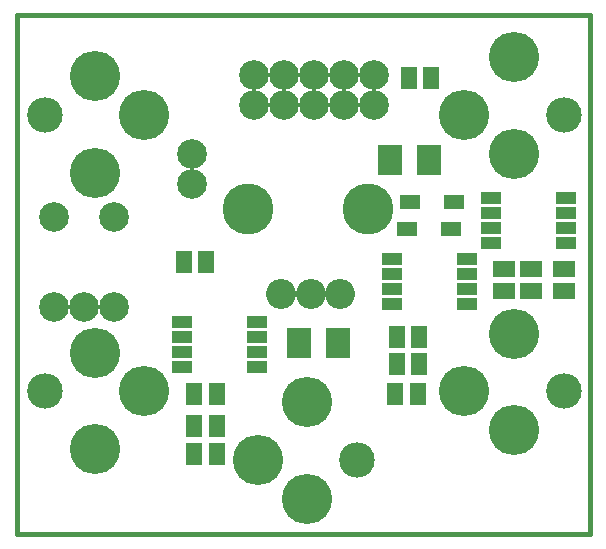
<source format=gts>
G04 (created by PCBNEW-RS274X (2012-apr-16-27)-stable) date Thu 18 Jun 2015 14:48:37 CEST*
G01*
G70*
G90*
%MOIN*%
G04 Gerber Fmt 3.4, Leading zero omitted, Abs format*
%FSLAX34Y34*%
G04 APERTURE LIST*
%ADD10C,0.006000*%
%ADD11C,0.015000*%
%ADD12O,0.167600X0.167600*%
%ADD13O,0.118400X0.118400*%
%ADD14R,0.067200X0.047600*%
%ADD15R,0.065000X0.040000*%
%ADD16R,0.080000X0.100000*%
%ADD17R,0.075000X0.055000*%
%ADD18R,0.055000X0.075000*%
%ADD19O,0.100000X0.100000*%
%ADD20C,0.170000*%
%ADD21C,0.098700*%
G04 APERTURE END LIST*
G54D10*
G54D11*
X42950Y-15550D02*
X43400Y-15550D01*
X43000Y-15550D02*
X62050Y-15550D01*
X42950Y-32850D02*
X42950Y-15600D01*
X62050Y-32850D02*
X42950Y-32850D01*
X62050Y-15600D02*
X62050Y-32850D01*
G54D12*
X57875Y-18898D03*
X59528Y-16969D03*
X59528Y-20197D03*
G54D13*
X61181Y-18898D03*
G54D12*
X47204Y-18898D03*
X45551Y-20827D03*
X45551Y-17599D03*
G54D13*
X43898Y-18898D03*
G54D14*
X55972Y-22700D03*
X57428Y-22700D03*
X56072Y-21800D03*
X57528Y-21800D03*
G54D15*
X57950Y-23700D03*
X57950Y-24200D03*
X57950Y-24700D03*
X57950Y-25200D03*
X55450Y-25200D03*
X55450Y-24700D03*
X55450Y-24200D03*
X55450Y-23700D03*
X61250Y-21650D03*
X61250Y-22150D03*
X61250Y-22650D03*
X61250Y-23150D03*
X58750Y-23150D03*
X58750Y-22650D03*
X58750Y-22150D03*
X58750Y-21650D03*
X50950Y-25800D03*
X50950Y-26300D03*
X50950Y-26800D03*
X50950Y-27300D03*
X48450Y-27300D03*
X48450Y-26800D03*
X48450Y-26300D03*
X48450Y-25800D03*
G54D16*
X56700Y-20400D03*
X55400Y-20400D03*
X53650Y-26500D03*
X52350Y-26500D03*
G54D17*
X61200Y-24775D03*
X61200Y-24025D03*
G54D18*
X49625Y-30200D03*
X48875Y-30200D03*
X55575Y-28200D03*
X56325Y-28200D03*
X56775Y-17650D03*
X56025Y-17650D03*
X49275Y-23800D03*
X48525Y-23800D03*
G54D17*
X60100Y-24025D03*
X60100Y-24775D03*
X59200Y-24775D03*
X59200Y-24025D03*
G54D18*
X55625Y-26300D03*
X56375Y-26300D03*
X48875Y-29250D03*
X49625Y-29250D03*
X55625Y-27200D03*
X56375Y-27200D03*
G54D19*
X51773Y-24852D03*
X52757Y-24852D03*
X53741Y-24852D03*
G54D20*
X50668Y-22025D03*
X54658Y-22025D03*
G54D21*
X50850Y-18550D03*
X50850Y-17550D03*
X51850Y-18550D03*
X51850Y-17550D03*
X52850Y-18550D03*
X52850Y-17550D03*
X53850Y-18550D03*
X53850Y-17550D03*
X54850Y-18550D03*
X54850Y-17550D03*
X48800Y-20200D03*
X48800Y-21200D03*
X44200Y-25300D03*
X45200Y-25300D03*
X46200Y-25300D03*
X46200Y-22300D03*
X44200Y-22300D03*
G54D12*
X57875Y-28110D03*
X59528Y-26181D03*
X59528Y-29409D03*
G54D13*
X61181Y-28110D03*
G54D12*
X50979Y-30394D03*
X52632Y-28465D03*
X52632Y-31693D03*
G54D13*
X54285Y-30394D03*
G54D12*
X47204Y-28111D03*
X45551Y-30040D03*
X45551Y-26812D03*
G54D13*
X43898Y-28111D03*
G54D18*
X48875Y-28200D03*
X49625Y-28200D03*
M02*

</source>
